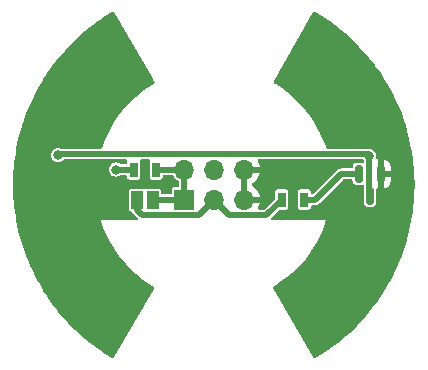
<source format=gbr>
%TF.GenerationSoftware,KiCad,Pcbnew,(7.0.0)*%
%TF.CreationDate,2023-11-14T12:34:17+01:00*%
%TF.ProjectId,Helios_PCB_emitter,48656c69-6f73-45f5-9043-425f656d6974,rev?*%
%TF.SameCoordinates,Original*%
%TF.FileFunction,Copper,L2,Bot*%
%TF.FilePolarity,Positive*%
%FSLAX46Y46*%
G04 Gerber Fmt 4.6, Leading zero omitted, Abs format (unit mm)*
G04 Created by KiCad (PCBNEW (7.0.0)) date 2023-11-14 12:34:17*
%MOMM*%
%LPD*%
G01*
G04 APERTURE LIST*
G04 Aperture macros list*
%AMRoundRect*
0 Rectangle with rounded corners*
0 $1 Rounding radius*
0 $2 $3 $4 $5 $6 $7 $8 $9 X,Y pos of 4 corners*
0 Add a 4 corners polygon primitive as box body*
4,1,4,$2,$3,$4,$5,$6,$7,$8,$9,$2,$3,0*
0 Add four circle primitives for the rounded corners*
1,1,$1+$1,$2,$3*
1,1,$1+$1,$4,$5*
1,1,$1+$1,$6,$7*
1,1,$1+$1,$8,$9*
0 Add four rect primitives between the rounded corners*
20,1,$1+$1,$2,$3,$4,$5,0*
20,1,$1+$1,$4,$5,$6,$7,0*
20,1,$1+$1,$6,$7,$8,$9,0*
20,1,$1+$1,$8,$9,$2,$3,0*%
G04 Aperture macros list end*
%TA.AperFunction,ComponentPad*%
%ADD10R,1.700000X1.700000*%
%TD*%
%TA.AperFunction,ComponentPad*%
%ADD11O,1.700000X1.700000*%
%TD*%
%TA.AperFunction,SMDPad,CuDef*%
%ADD12R,0.700000X1.300000*%
%TD*%
%TA.AperFunction,SMDPad,CuDef*%
%ADD13R,1.000000X1.500000*%
%TD*%
%TA.AperFunction,SMDPad,CuDef*%
%ADD14RoundRect,0.150000X-0.150000X0.587500X-0.150000X-0.587500X0.150000X-0.587500X0.150000X0.587500X0*%
%TD*%
%TA.AperFunction,ViaPad*%
%ADD15C,0.800000*%
%TD*%
%TA.AperFunction,Conductor*%
%ADD16C,0.500000*%
%TD*%
G04 APERTURE END LIST*
D10*
%TO.P,J1,1,Pin_1*%
%TO.N,VCC*%
X162474999Y-101249399D03*
D11*
%TO.P,J1,2,Pin_2*%
X162474999Y-98709399D03*
%TO.P,J1,3,Pin_3*%
%TO.N,S0*%
X165014999Y-101249399D03*
%TO.P,J1,4,Pin_4*%
%TO.N,S1*%
X165014999Y-98709399D03*
%TO.P,J1,5,Pin_5*%
%TO.N,GND*%
X167554999Y-101249399D03*
%TO.P,J1,6,Pin_6*%
X167554999Y-98709399D03*
%TD*%
D12*
%TO.P,R1,1*%
%TO.N,S0*%
X170753999Y-101244399D03*
%TO.P,R1,2*%
%TO.N,Net-(Q1-B)*%
X172653999Y-101244399D03*
%TD*%
D13*
%TO.P,JP,1,A*%
%TO.N,VCC*%
X159806399Y-101295199D03*
%TO.P,JP,2,B*%
%TO.N,S0*%
X158506399Y-101295199D03*
%TD*%
D14*
%TO.P,Q1,1,B*%
%TO.N,Net-(Q1-B)*%
X177250000Y-99062500D03*
%TO.P,Q1,2,E*%
%TO.N,GND*%
X179150000Y-99062500D03*
%TO.P,Q1,3,C*%
%TO.N,Net-(D0-K)*%
X178200000Y-100937500D03*
%TD*%
D12*
%TO.P,R0,1*%
%TO.N,Net-(D0-A)*%
X158206399Y-98704399D03*
%TO.P,R0,2*%
%TO.N,VCC*%
X160106399Y-98704399D03*
%TD*%
D15*
%TO.N,Net-(D0-K)*%
X178155600Y-97536000D03*
X151801600Y-97485200D03*
%TO.N,Net-(D0-A)*%
X156718000Y-98704400D03*
%TD*%
D16*
%TO.N,VCC*%
X159852200Y-101249400D02*
X159806400Y-101295200D01*
X162475000Y-98709400D02*
X160111400Y-98709400D01*
X162475000Y-101249400D02*
X159852200Y-101249400D01*
X162475000Y-98709400D02*
X162475000Y-101249400D01*
X160111400Y-98709400D02*
X160106400Y-98704400D01*
%TO.N,Net-(D0-K)*%
X178155600Y-100893100D02*
X178200000Y-100937500D01*
X151903200Y-97383600D02*
X178003200Y-97383600D01*
X178003200Y-97383600D02*
X178155600Y-97536000D01*
X178155600Y-97536000D02*
X178155600Y-100893100D01*
X151801600Y-97485200D02*
X151903200Y-97383600D01*
%TO.N,Net-(D0-A)*%
X158206400Y-98704400D02*
X156718000Y-98704400D01*
%TO.N,Net-(Q1-B)*%
X173583600Y-101244400D02*
X175765500Y-99062500D01*
X172654000Y-101244400D02*
X173583600Y-101244400D01*
X175765500Y-99062500D02*
X177250000Y-99062500D01*
%TO.N,S0*%
X169449000Y-102549400D02*
X170754000Y-101244400D01*
X158910600Y-102549400D02*
X158506400Y-102145200D01*
X166315000Y-102549400D02*
X169449000Y-102549400D01*
X163715000Y-102549400D02*
X158910600Y-102549400D01*
X158506400Y-102145200D02*
X158506400Y-101295200D01*
X165015000Y-101249400D02*
X166315000Y-102549400D01*
X165015000Y-101249400D02*
X163715000Y-102549400D01*
%TD*%
%TA.AperFunction,Conductor*%
%TO.N,GND*%
G36*
X173597458Y-85338573D02*
G01*
X174175822Y-85690429D01*
X174180853Y-85693656D01*
X174661767Y-86018578D01*
X174661910Y-86018737D01*
X174661939Y-86018695D01*
X174853484Y-86148573D01*
X174858187Y-86151922D01*
X175271481Y-86460811D01*
X175509196Y-86639504D01*
X175513531Y-86642918D01*
X175800374Y-86879401D01*
X175890131Y-86953400D01*
X175890507Y-86953712D01*
X176140375Y-87161345D01*
X176144537Y-87164960D01*
X176494330Y-87482499D01*
X176494615Y-87482760D01*
X176494908Y-87483028D01*
X176745740Y-87713024D01*
X176749622Y-87716739D01*
X177076899Y-88043587D01*
X177077441Y-88044132D01*
X177323804Y-88293190D01*
X177327407Y-88296986D01*
X177552629Y-88544432D01*
X177634296Y-88634158D01*
X177634871Y-88634795D01*
X177873256Y-88900524D01*
X177876581Y-88904384D01*
X178163858Y-89251908D01*
X178164522Y-89252718D01*
X178392808Y-89533601D01*
X178395857Y-89537507D01*
X178664045Y-89895364D01*
X178664752Y-89896317D01*
X178881254Y-90190949D01*
X178884031Y-90194883D01*
X179133269Y-90562739D01*
X179134007Y-90563841D01*
X179337465Y-90871044D01*
X179339974Y-90874990D01*
X179570202Y-91252315D01*
X179570958Y-91253570D01*
X179760392Y-91572317D01*
X179762621Y-91576226D01*
X179973765Y-91962524D01*
X179974508Y-91963904D01*
X180149012Y-92293065D01*
X180151004Y-92296985D01*
X180342878Y-92691597D01*
X180343630Y-92693172D01*
X180502492Y-93031732D01*
X180504235Y-93035616D01*
X180676617Y-93437793D01*
X180677346Y-93439531D01*
X180819951Y-93786475D01*
X180821455Y-93790308D01*
X180974169Y-94199378D01*
X180974861Y-94201280D01*
X181100718Y-94555684D01*
X181101990Y-94559453D01*
X181141297Y-94682304D01*
X181234780Y-94974483D01*
X181235410Y-94976512D01*
X181344098Y-95337459D01*
X181345149Y-95341151D01*
X181457855Y-95761410D01*
X181458431Y-95763640D01*
X181549540Y-96130009D01*
X181550380Y-96133612D01*
X181642844Y-96558294D01*
X181643340Y-96560686D01*
X181716578Y-96931521D01*
X181717219Y-96935022D01*
X181738836Y-97063463D01*
X181760130Y-97189988D01*
X181789272Y-97363136D01*
X181789674Y-97365687D01*
X181844827Y-97740131D01*
X181845279Y-97743521D01*
X181896819Y-98174223D01*
X181897114Y-98176929D01*
X181933987Y-98553929D01*
X181934263Y-98557198D01*
X181965222Y-98989701D01*
X181965394Y-98992557D01*
X181983854Y-99370956D01*
X181983968Y-99374095D01*
X181994296Y-99807549D01*
X181994332Y-99810550D01*
X181994332Y-100189450D01*
X181994296Y-100192451D01*
X181983968Y-100625903D01*
X181983854Y-100629042D01*
X181965394Y-101007441D01*
X181965222Y-101010297D01*
X181934263Y-101442800D01*
X181933987Y-101446069D01*
X181897114Y-101823069D01*
X181896819Y-101825775D01*
X181845279Y-102256477D01*
X181844827Y-102259867D01*
X181789674Y-102634311D01*
X181789272Y-102636862D01*
X181717219Y-103064976D01*
X181716578Y-103068477D01*
X181643340Y-103439312D01*
X181642844Y-103441704D01*
X181550380Y-103866386D01*
X181549540Y-103869989D01*
X181458431Y-104236358D01*
X181457855Y-104238588D01*
X181345149Y-104658847D01*
X181344098Y-104662539D01*
X181235410Y-105023486D01*
X181234768Y-105025553D01*
X181101990Y-105440545D01*
X181100718Y-105444314D01*
X180974861Y-105798718D01*
X180974169Y-105800620D01*
X180821455Y-106209690D01*
X180819951Y-106213523D01*
X180677346Y-106560467D01*
X180676617Y-106562205D01*
X180504235Y-106964382D01*
X180502492Y-106968266D01*
X180343630Y-107306826D01*
X180342878Y-107308401D01*
X180151004Y-107703013D01*
X180149012Y-107706933D01*
X179974508Y-108036094D01*
X179973747Y-108037508D01*
X179762639Y-108423740D01*
X179760392Y-108427681D01*
X179570958Y-108746428D01*
X179570202Y-108747683D01*
X179339974Y-109125008D01*
X179337465Y-109128954D01*
X179134007Y-109436157D01*
X179133269Y-109437259D01*
X178884031Y-109805115D01*
X178881254Y-109809049D01*
X178664752Y-110103681D01*
X178664045Y-110104634D01*
X178395857Y-110462491D01*
X178392808Y-110466397D01*
X178164522Y-110747280D01*
X178163858Y-110748090D01*
X177876581Y-111095614D01*
X177873256Y-111099474D01*
X177634871Y-111365203D01*
X177634263Y-111365877D01*
X177327407Y-111703012D01*
X177323804Y-111706808D01*
X177077441Y-111955866D01*
X177076899Y-111956411D01*
X176749622Y-112283259D01*
X176745740Y-112286974D01*
X176494710Y-112517152D01*
X176494245Y-112517576D01*
X176144537Y-112835038D01*
X176140375Y-112838653D01*
X175890507Y-113046286D01*
X175890131Y-113046598D01*
X175513570Y-113357050D01*
X175509128Y-113360547D01*
X175271866Y-113538899D01*
X175271587Y-113539109D01*
X174858203Y-113848065D01*
X174853485Y-113851425D01*
X174661940Y-113981304D01*
X174661766Y-113981421D01*
X174180863Y-114306336D01*
X174175811Y-114309577D01*
X173597255Y-114661548D01*
X173533659Y-114679889D01*
X173469541Y-114663465D01*
X173422595Y-114616809D01*
X170037270Y-108741416D01*
X170020445Y-108678403D01*
X170037382Y-108615417D01*
X170083540Y-108569340D01*
X170220424Y-108490473D01*
X170696391Y-108178759D01*
X171153795Y-107840394D01*
X171591146Y-107476480D01*
X172007020Y-107088204D01*
X172400061Y-106676831D01*
X172768988Y-106243700D01*
X173112600Y-105790224D01*
X173429776Y-105317880D01*
X173719483Y-104828207D01*
X173980777Y-104322802D01*
X174212807Y-103803310D01*
X174414816Y-103271424D01*
X174500465Y-103000182D01*
X174500541Y-103000000D01*
X174500531Y-102999977D01*
X174500627Y-102999674D01*
X174500169Y-102999529D01*
X174500098Y-102999500D01*
X174500076Y-102999500D01*
X174499674Y-102999373D01*
X174499633Y-102999500D01*
X174481283Y-102999515D01*
X169936554Y-103003241D01*
X169879322Y-102989545D01*
X169834551Y-102951352D01*
X169812009Y-102896992D01*
X169816612Y-102838324D01*
X169847352Y-102788150D01*
X170503701Y-102131801D01*
X170544575Y-102104491D01*
X170592793Y-102094900D01*
X171117561Y-102094900D01*
X171123748Y-102094900D01*
X171182231Y-102083267D01*
X171248552Y-102038952D01*
X171292867Y-101972631D01*
X171304500Y-101914148D01*
X171304500Y-100574652D01*
X171292867Y-100516169D01*
X171248552Y-100449848D01*
X171182231Y-100405533D01*
X171157672Y-100400648D01*
X171129816Y-100395107D01*
X171129815Y-100395106D01*
X171123748Y-100393900D01*
X170384252Y-100393900D01*
X170378184Y-100395106D01*
X170378183Y-100395107D01*
X170337939Y-100403112D01*
X170337937Y-100403112D01*
X170325769Y-100405533D01*
X170315454Y-100412424D01*
X170315452Y-100412426D01*
X170269761Y-100442956D01*
X170269758Y-100442958D01*
X170259448Y-100449848D01*
X170252558Y-100460158D01*
X170252556Y-100460161D01*
X170222026Y-100505852D01*
X170222024Y-100505854D01*
X170215133Y-100516169D01*
X170203500Y-100574652D01*
X170203500Y-100580839D01*
X170203500Y-101105607D01*
X170193909Y-101153825D01*
X170166595Y-101194702D01*
X169299302Y-102061995D01*
X169258425Y-102089309D01*
X169210207Y-102098900D01*
X168854960Y-102098900D01*
X168790462Y-102081141D01*
X168744146Y-102032869D01*
X168729068Y-101967692D01*
X168748475Y-101907111D01*
X168748086Y-101906901D01*
X168749206Y-101904830D01*
X168749478Y-101903983D01*
X168750567Y-101902315D01*
X168755511Y-101893178D01*
X168841729Y-101696623D01*
X168845099Y-101686808D01*
X168888013Y-101517343D01*
X168888248Y-101505965D01*
X168877160Y-101503400D01*
X167427000Y-101503400D01*
X167364000Y-101486519D01*
X167317881Y-101440400D01*
X167301000Y-101377400D01*
X167301000Y-100978810D01*
X167809000Y-100978810D01*
X167812506Y-100991893D01*
X167825590Y-100995400D01*
X168877160Y-100995400D01*
X168888248Y-100992834D01*
X168888013Y-100981456D01*
X168845099Y-100811991D01*
X168841729Y-100802176D01*
X168755511Y-100605621D01*
X168750568Y-100596486D01*
X168633177Y-100416806D01*
X168626789Y-100408600D01*
X168481432Y-100250699D01*
X168473788Y-100243662D01*
X168304411Y-100111831D01*
X168295718Y-100106152D01*
X168266267Y-100090214D01*
X168217995Y-100043898D01*
X168200236Y-99979400D01*
X168217995Y-99914902D01*
X168266267Y-99868586D01*
X168295718Y-99852647D01*
X168304411Y-99846968D01*
X168473788Y-99715137D01*
X168481432Y-99708100D01*
X168626789Y-99550199D01*
X168633177Y-99541993D01*
X168750568Y-99362313D01*
X168755511Y-99353178D01*
X168841729Y-99156623D01*
X168845099Y-99146808D01*
X168888013Y-98977343D01*
X168888248Y-98965965D01*
X168877160Y-98963400D01*
X167825590Y-98963400D01*
X167812506Y-98966906D01*
X167809000Y-98979990D01*
X167809000Y-100978810D01*
X167301000Y-100978810D01*
X167301000Y-98581400D01*
X167317881Y-98518400D01*
X167364000Y-98472281D01*
X167427000Y-98455400D01*
X168877160Y-98455400D01*
X168888248Y-98452834D01*
X168888013Y-98441456D01*
X168845099Y-98271991D01*
X168841729Y-98262176D01*
X168755511Y-98065621D01*
X168750568Y-98056486D01*
X168732621Y-98029016D01*
X168712212Y-97965307D01*
X168727290Y-97900131D01*
X168773606Y-97851859D01*
X168838104Y-97834100D01*
X177565289Y-97834100D01*
X177621018Y-97847094D01*
X177665252Y-97883396D01*
X177679063Y-97901395D01*
X177698413Y-97937598D01*
X177705100Y-97978099D01*
X177705100Y-98032165D01*
X177689288Y-98093276D01*
X177645822Y-98139049D01*
X177585609Y-98157997D01*
X177523763Y-98145363D01*
X177510183Y-98138724D01*
X177510182Y-98138723D01*
X177501393Y-98134427D01*
X177491713Y-98133016D01*
X177491711Y-98133016D01*
X177437771Y-98125157D01*
X177437767Y-98125156D01*
X177433260Y-98124500D01*
X177066740Y-98124500D01*
X177062233Y-98125156D01*
X177062228Y-98125157D01*
X177008288Y-98133016D01*
X177008285Y-98133016D01*
X176998607Y-98134427D01*
X176989817Y-98138723D01*
X176989814Y-98138725D01*
X176902901Y-98181214D01*
X176902898Y-98181215D01*
X176893517Y-98185802D01*
X176886133Y-98193185D01*
X176886130Y-98193188D01*
X176818188Y-98261130D01*
X176818185Y-98261133D01*
X176810802Y-98268517D01*
X176806215Y-98277898D01*
X176806214Y-98277901D01*
X176763725Y-98364814D01*
X176763723Y-98364817D01*
X176759427Y-98373607D01*
X176758016Y-98383285D01*
X176758016Y-98383288D01*
X176750157Y-98437228D01*
X176749500Y-98441740D01*
X176749500Y-98446303D01*
X176749500Y-98486000D01*
X176732619Y-98549000D01*
X176686500Y-98595119D01*
X176623500Y-98612000D01*
X175797879Y-98612000D01*
X175783772Y-98611208D01*
X175757846Y-98608286D01*
X175757839Y-98608286D01*
X175748465Y-98607230D01*
X175739189Y-98608984D01*
X175739185Y-98608985D01*
X175692304Y-98617854D01*
X175687665Y-98618642D01*
X175640547Y-98625745D01*
X175631213Y-98627152D01*
X175623476Y-98630877D01*
X175615029Y-98632476D01*
X175606684Y-98636885D01*
X175606679Y-98636888D01*
X175564499Y-98659180D01*
X175560299Y-98661300D01*
X175517359Y-98681980D01*
X175517354Y-98681983D01*
X175508858Y-98686075D01*
X175502559Y-98691918D01*
X175494963Y-98695934D01*
X175488296Y-98702600D01*
X175488293Y-98702603D01*
X175454571Y-98736324D01*
X175451182Y-98739589D01*
X175409306Y-98778445D01*
X175405825Y-98784471D01*
X175400797Y-98790098D01*
X173433902Y-100756995D01*
X173393025Y-100784309D01*
X173344807Y-100793900D01*
X173330500Y-100793900D01*
X173267500Y-100777019D01*
X173221381Y-100730900D01*
X173204500Y-100667900D01*
X173204500Y-100580839D01*
X173204500Y-100574652D01*
X173192867Y-100516169D01*
X173148552Y-100449848D01*
X173082231Y-100405533D01*
X173057672Y-100400648D01*
X173029816Y-100395107D01*
X173029815Y-100395106D01*
X173023748Y-100393900D01*
X172284252Y-100393900D01*
X172278184Y-100395106D01*
X172278183Y-100395107D01*
X172237939Y-100403112D01*
X172237937Y-100403112D01*
X172225769Y-100405533D01*
X172215454Y-100412424D01*
X172215452Y-100412426D01*
X172169761Y-100442956D01*
X172169758Y-100442958D01*
X172159448Y-100449848D01*
X172152558Y-100460158D01*
X172152556Y-100460161D01*
X172122026Y-100505852D01*
X172122024Y-100505854D01*
X172115133Y-100516169D01*
X172103500Y-100574652D01*
X172103500Y-101914148D01*
X172115133Y-101972631D01*
X172159448Y-102038952D01*
X172225769Y-102083267D01*
X172284252Y-102094900D01*
X173017561Y-102094900D01*
X173023748Y-102094900D01*
X173082231Y-102083267D01*
X173148552Y-102038952D01*
X173192867Y-101972631D01*
X173204500Y-101914148D01*
X173204500Y-101820900D01*
X173221381Y-101757900D01*
X173267500Y-101711781D01*
X173330500Y-101694900D01*
X173551221Y-101694900D01*
X173565328Y-101695692D01*
X173600635Y-101699670D01*
X173656811Y-101689040D01*
X173661381Y-101688263D01*
X173717887Y-101679748D01*
X173725626Y-101676020D01*
X173734072Y-101674423D01*
X173784607Y-101647713D01*
X173788768Y-101645612D01*
X173840242Y-101620825D01*
X173846539Y-101614982D01*
X173854138Y-101610966D01*
X173894561Y-101570541D01*
X173897902Y-101567323D01*
X173939794Y-101528455D01*
X173943276Y-101522421D01*
X173948286Y-101516816D01*
X175915198Y-99549904D01*
X175956075Y-99522591D01*
X176004293Y-99513000D01*
X176623500Y-99513000D01*
X176686500Y-99529881D01*
X176732619Y-99576000D01*
X176749500Y-99639000D01*
X176749500Y-99683260D01*
X176750156Y-99687767D01*
X176750157Y-99687771D01*
X176753976Y-99713986D01*
X176759427Y-99751393D01*
X176810802Y-99856483D01*
X176893517Y-99939198D01*
X176998607Y-99990573D01*
X177066740Y-100000500D01*
X177428698Y-100000500D01*
X177433260Y-100000500D01*
X177501393Y-99990573D01*
X177523763Y-99979636D01*
X177585609Y-99967003D01*
X177645822Y-99985951D01*
X177689288Y-100031724D01*
X177705100Y-100092835D01*
X177705100Y-100269171D01*
X177703784Y-100287337D01*
X177701808Y-100300902D01*
X177699500Y-100316740D01*
X177699500Y-101558260D01*
X177700156Y-101562767D01*
X177700157Y-101562771D01*
X177707952Y-101616274D01*
X177709427Y-101626393D01*
X177713724Y-101635184D01*
X177713725Y-101635185D01*
X177732907Y-101674423D01*
X177760802Y-101731483D01*
X177843517Y-101814198D01*
X177948607Y-101865573D01*
X178016740Y-101875500D01*
X178378698Y-101875500D01*
X178383260Y-101875500D01*
X178451393Y-101865573D01*
X178556483Y-101814198D01*
X178639198Y-101731483D01*
X178690573Y-101626393D01*
X178700500Y-101558260D01*
X178700500Y-100416011D01*
X178713788Y-100359691D01*
X178750848Y-100315250D01*
X178803864Y-100292061D01*
X178861655Y-100295015D01*
X178881917Y-100300902D01*
X178893368Y-100301487D01*
X178896000Y-100290333D01*
X179404000Y-100290333D01*
X179406631Y-100301487D01*
X179418080Y-100300902D01*
X179555789Y-100260892D01*
X179570221Y-100254647D01*
X179699677Y-100178088D01*
X179712103Y-100168449D01*
X179818449Y-100062103D01*
X179828088Y-100049677D01*
X179904647Y-99920221D01*
X179910892Y-99905789D01*
X179953268Y-99759935D01*
X179955570Y-99747333D01*
X179957806Y-99718915D01*
X179958000Y-99713986D01*
X179958000Y-99333090D01*
X179954493Y-99320006D01*
X179941410Y-99316500D01*
X179420590Y-99316500D01*
X179407506Y-99320006D01*
X179404000Y-99333090D01*
X179404000Y-100290333D01*
X178896000Y-100290333D01*
X178896000Y-98791910D01*
X179404000Y-98791910D01*
X179407506Y-98804993D01*
X179420590Y-98808500D01*
X179941409Y-98808500D01*
X179954492Y-98804993D01*
X179957999Y-98791910D01*
X179957999Y-98411017D01*
X179957805Y-98406080D01*
X179955569Y-98377663D01*
X179953269Y-98365068D01*
X179910892Y-98219210D01*
X179904647Y-98204778D01*
X179828088Y-98075322D01*
X179818449Y-98062896D01*
X179712103Y-97956550D01*
X179699677Y-97946911D01*
X179570221Y-97870352D01*
X179555789Y-97864107D01*
X179418080Y-97824097D01*
X179406631Y-97823512D01*
X179404000Y-97834667D01*
X179404000Y-98791910D01*
X178896000Y-98791910D01*
X178896000Y-97834667D01*
X178893368Y-97823512D01*
X178873379Y-97824534D01*
X178819379Y-97815373D01*
X178774368Y-97784166D01*
X178746851Y-97736809D01*
X178742027Y-97682254D01*
X178761282Y-97536000D01*
X178740644Y-97379238D01*
X178680136Y-97233159D01*
X178583882Y-97107718D01*
X178458441Y-97011464D01*
X178450814Y-97008304D01*
X178450811Y-97008303D01*
X178319991Y-96954116D01*
X178319990Y-96954115D01*
X178312362Y-96950956D01*
X178304179Y-96949878D01*
X178304173Y-96949877D01*
X178163788Y-96931396D01*
X178155600Y-96930318D01*
X178147412Y-96931396D01*
X178147410Y-96931396D01*
X178113674Y-96935837D01*
X178087897Y-96935113D01*
X178087866Y-96935952D01*
X178086957Y-96935918D01*
X178085218Y-96935853D01*
X178077758Y-96935152D01*
X178071102Y-96933100D01*
X178061664Y-96933100D01*
X178013985Y-96933100D01*
X178009274Y-96933012D01*
X177961624Y-96931229D01*
X177952190Y-96930876D01*
X177945466Y-96932677D01*
X177937943Y-96933100D01*
X174618501Y-96933100D01*
X174566932Y-96922064D01*
X174524397Y-96890888D01*
X174498347Y-96845035D01*
X174457104Y-96714402D01*
X174254593Y-96181036D01*
X174022028Y-95660072D01*
X173988553Y-95595277D01*
X173760983Y-95154782D01*
X173760979Y-95154776D01*
X173760166Y-95153201D01*
X173469857Y-94662069D01*
X173152042Y-94188272D01*
X172807755Y-93733347D01*
X172438113Y-93298773D01*
X172069238Y-92912084D01*
X172045550Y-92887252D01*
X172045540Y-92887242D01*
X172044317Y-92885960D01*
X171627646Y-92496248D01*
X171189452Y-92130905D01*
X171188017Y-92129841D01*
X171188003Y-92129830D01*
X170732611Y-91792192D01*
X170732604Y-91792187D01*
X170731158Y-91791115D01*
X170541431Y-91666541D01*
X170255773Y-91478979D01*
X170255763Y-91478973D01*
X170254254Y-91477982D01*
X170252701Y-91477085D01*
X170252687Y-91477076D01*
X170168192Y-91428255D01*
X170116457Y-91398362D01*
X170070418Y-91352338D01*
X170053495Y-91289478D01*
X170070205Y-91226562D01*
X173422685Y-85383511D01*
X173469611Y-85336733D01*
X173533786Y-85320232D01*
X173597458Y-85338573D01*
G37*
%TD.AperFunction*%
%TD*%
%TA.AperFunction,NonConductor*%
G36*
X156529222Y-85336528D02*
G01*
X156576168Y-85383179D01*
X159738693Y-90871090D01*
X159962175Y-91258897D01*
X159979005Y-91321911D01*
X159962073Y-91384898D01*
X159915915Y-91430980D01*
X159780618Y-91508945D01*
X159780597Y-91508957D01*
X159779061Y-91509843D01*
X159777573Y-91510817D01*
X159777561Y-91510825D01*
X159304647Y-91820579D01*
X159304620Y-91820597D01*
X159303154Y-91821558D01*
X159301731Y-91822610D01*
X159301712Y-91822624D01*
X158847258Y-92158844D01*
X158847240Y-92158857D01*
X158845806Y-92159919D01*
X158844449Y-92161048D01*
X158844420Y-92161071D01*
X158409894Y-92522670D01*
X158409868Y-92522692D01*
X158408510Y-92523823D01*
X158407199Y-92525046D01*
X158407190Y-92525055D01*
X157994006Y-92910853D01*
X157992688Y-92912084D01*
X157991464Y-92913364D01*
X157991449Y-92913380D01*
X157600930Y-93322146D01*
X157599696Y-93323438D01*
X157598543Y-93324790D01*
X157598531Y-93324805D01*
X157231990Y-93755164D01*
X157231969Y-93755189D01*
X157230815Y-93756545D01*
X157229725Y-93757982D01*
X157229719Y-93757991D01*
X156888338Y-94208550D01*
X156888328Y-94208563D01*
X156887246Y-94209992D01*
X156886240Y-94211489D01*
X156886238Y-94211493D01*
X156571102Y-94680822D01*
X156571084Y-94680848D01*
X156570108Y-94682304D01*
X156569208Y-94683824D01*
X156569205Y-94683830D01*
X156281347Y-95170398D01*
X156281334Y-95170420D01*
X156280435Y-95171941D01*
X156279616Y-95173524D01*
X156279605Y-95173545D01*
X156020005Y-95675692D01*
X156019992Y-95675717D01*
X156019171Y-95677307D01*
X156018443Y-95678936D01*
X156018429Y-95678966D01*
X155787908Y-96195094D01*
X155787898Y-96195116D01*
X155787166Y-96196757D01*
X155786527Y-96198437D01*
X155786523Y-96198449D01*
X155589924Y-96716098D01*
X155585177Y-96728598D01*
X155584641Y-96730294D01*
X155584638Y-96730304D01*
X155548408Y-96845041D01*
X155522357Y-96890891D01*
X155479823Y-96922065D01*
X155428256Y-96933100D01*
X152062959Y-96933100D01*
X152014741Y-96923509D01*
X152011252Y-96922064D01*
X151958362Y-96900156D01*
X151950179Y-96899078D01*
X151950173Y-96899077D01*
X151809788Y-96880596D01*
X151801600Y-96879518D01*
X151793412Y-96880596D01*
X151653026Y-96899077D01*
X151653018Y-96899079D01*
X151644838Y-96900156D01*
X151637211Y-96903315D01*
X151637208Y-96903316D01*
X151506388Y-96957503D01*
X151506382Y-96957506D01*
X151498759Y-96960664D01*
X151492211Y-96965687D01*
X151492208Y-96965690D01*
X151379863Y-97051895D01*
X151379859Y-97051898D01*
X151373318Y-97056918D01*
X151368298Y-97063459D01*
X151368295Y-97063463D01*
X151282090Y-97175808D01*
X151282087Y-97175811D01*
X151277064Y-97182359D01*
X151273906Y-97189982D01*
X151273903Y-97189988D01*
X151219716Y-97320808D01*
X151216556Y-97328438D01*
X151215479Y-97336618D01*
X151215477Y-97336626D01*
X151197601Y-97472415D01*
X151195918Y-97485200D01*
X151196996Y-97493388D01*
X151215477Y-97633773D01*
X151215478Y-97633779D01*
X151216556Y-97641962D01*
X151219715Y-97649590D01*
X151219716Y-97649591D01*
X151273903Y-97780411D01*
X151273904Y-97780414D01*
X151277064Y-97788041D01*
X151282090Y-97794591D01*
X151336525Y-97865533D01*
X151373318Y-97913482D01*
X151498759Y-98009736D01*
X151644838Y-98070244D01*
X151801600Y-98090882D01*
X151958362Y-98070244D01*
X152104441Y-98009736D01*
X152229882Y-97913482D01*
X152252967Y-97883396D01*
X152297202Y-97847094D01*
X152352930Y-97834100D01*
X157542261Y-97834100D01*
X157596133Y-97846197D01*
X157639660Y-97880167D01*
X157664485Y-97929485D01*
X157665840Y-97984682D01*
X157657106Y-98028586D01*
X157657105Y-98028592D01*
X157655900Y-98034652D01*
X157655900Y-98040839D01*
X157655900Y-98127900D01*
X157639019Y-98190900D01*
X157592900Y-98237019D01*
X157529900Y-98253900D01*
X157160099Y-98253900D01*
X157119598Y-98247213D01*
X157083395Y-98227863D01*
X157027392Y-98184890D01*
X157027388Y-98184887D01*
X157020841Y-98179864D01*
X157013214Y-98176704D01*
X157013211Y-98176703D01*
X156882391Y-98122516D01*
X156882390Y-98122515D01*
X156874762Y-98119356D01*
X156866579Y-98118278D01*
X156866573Y-98118277D01*
X156726188Y-98099796D01*
X156718000Y-98098718D01*
X156709812Y-98099796D01*
X156569426Y-98118277D01*
X156569418Y-98118279D01*
X156561238Y-98119356D01*
X156553611Y-98122515D01*
X156553608Y-98122516D01*
X156422788Y-98176703D01*
X156422782Y-98176706D01*
X156415159Y-98179864D01*
X156408611Y-98184887D01*
X156408608Y-98184890D01*
X156296263Y-98271095D01*
X156296259Y-98271098D01*
X156289718Y-98276118D01*
X156284698Y-98282659D01*
X156284695Y-98282663D01*
X156198490Y-98395008D01*
X156198487Y-98395011D01*
X156193464Y-98401559D01*
X156190306Y-98409182D01*
X156190303Y-98409188D01*
X156136116Y-98540008D01*
X156132956Y-98547638D01*
X156131879Y-98555818D01*
X156131877Y-98555826D01*
X156114554Y-98687413D01*
X156112318Y-98704400D01*
X156113396Y-98712588D01*
X156131877Y-98852973D01*
X156131878Y-98852979D01*
X156132956Y-98861162D01*
X156136115Y-98868790D01*
X156136116Y-98868791D01*
X156190303Y-98999611D01*
X156190304Y-98999614D01*
X156193464Y-99007241D01*
X156289718Y-99132682D01*
X156415159Y-99228936D01*
X156561238Y-99289444D01*
X156718000Y-99310082D01*
X156874762Y-99289444D01*
X157020841Y-99228936D01*
X157083394Y-99180937D01*
X157119598Y-99161587D01*
X157160099Y-99154900D01*
X157529900Y-99154900D01*
X157592900Y-99171781D01*
X157639019Y-99217900D01*
X157655900Y-99280900D01*
X157655900Y-99374148D01*
X157667533Y-99432631D01*
X157674425Y-99442946D01*
X157674426Y-99442947D01*
X157685641Y-99459732D01*
X157711848Y-99498952D01*
X157778169Y-99543267D01*
X157836652Y-99554900D01*
X158569961Y-99554900D01*
X158576148Y-99554900D01*
X158634631Y-99543267D01*
X158700952Y-99498952D01*
X158745267Y-99432631D01*
X158756900Y-99374148D01*
X158756900Y-98034652D01*
X158746960Y-97984680D01*
X158748315Y-97929485D01*
X158773140Y-97880167D01*
X158816667Y-97846197D01*
X158870539Y-97834100D01*
X159442261Y-97834100D01*
X159496133Y-97846197D01*
X159539660Y-97880167D01*
X159564485Y-97929485D01*
X159565840Y-97984682D01*
X159557106Y-98028586D01*
X159557105Y-98028592D01*
X159555900Y-98034652D01*
X159555900Y-99374148D01*
X159567533Y-99432631D01*
X159574425Y-99442946D01*
X159574426Y-99442947D01*
X159585641Y-99459732D01*
X159611848Y-99498952D01*
X159678169Y-99543267D01*
X159736652Y-99554900D01*
X160469961Y-99554900D01*
X160476148Y-99554900D01*
X160534631Y-99543267D01*
X160600952Y-99498952D01*
X160645267Y-99432631D01*
X160656900Y-99374148D01*
X160656900Y-99285900D01*
X160673781Y-99222900D01*
X160719900Y-99176781D01*
X160782900Y-99159900D01*
X161449127Y-99159900D01*
X161513904Y-99177826D01*
X161560249Y-99226504D01*
X161594398Y-99290394D01*
X161594401Y-99290399D01*
X161597315Y-99295850D01*
X161661495Y-99374054D01*
X161709567Y-99432631D01*
X161728590Y-99455810D01*
X161888550Y-99587085D01*
X161957896Y-99624151D01*
X162006574Y-99670496D01*
X162024500Y-99735273D01*
X162024500Y-100072900D01*
X162007619Y-100135900D01*
X161961500Y-100182019D01*
X161898500Y-100198900D01*
X161605252Y-100198900D01*
X161599184Y-100200106D01*
X161599183Y-100200107D01*
X161558939Y-100208112D01*
X161558937Y-100208112D01*
X161546769Y-100210533D01*
X161536454Y-100217424D01*
X161536452Y-100217426D01*
X161490761Y-100247956D01*
X161490758Y-100247958D01*
X161480448Y-100254848D01*
X161473558Y-100265158D01*
X161473556Y-100265161D01*
X161443026Y-100310852D01*
X161443024Y-100310854D01*
X161436133Y-100321169D01*
X161424500Y-100379652D01*
X161424500Y-100385839D01*
X161424500Y-100672900D01*
X161407619Y-100735900D01*
X161361500Y-100782019D01*
X161298500Y-100798900D01*
X160632900Y-100798900D01*
X160569900Y-100782019D01*
X160523781Y-100735900D01*
X160506900Y-100672900D01*
X160506900Y-100531639D01*
X160506900Y-100525452D01*
X160495267Y-100466969D01*
X160450952Y-100400648D01*
X160407651Y-100371715D01*
X160394947Y-100363226D01*
X160394946Y-100363225D01*
X160384631Y-100356333D01*
X160326148Y-100344700D01*
X159286652Y-100344700D01*
X159280584Y-100345906D01*
X159280583Y-100345907D01*
X159240339Y-100353912D01*
X159240337Y-100353912D01*
X159228169Y-100356333D01*
X159217853Y-100363225D01*
X159206383Y-100367977D01*
X159205615Y-100366123D01*
X159180948Y-100376333D01*
X159131785Y-100376321D01*
X159107184Y-100366123D01*
X159106417Y-100367977D01*
X159094947Y-100363226D01*
X159084631Y-100356333D01*
X159026148Y-100344700D01*
X157986652Y-100344700D01*
X157980584Y-100345906D01*
X157980583Y-100345907D01*
X157940339Y-100353912D01*
X157940337Y-100353912D01*
X157928169Y-100356333D01*
X157917854Y-100363224D01*
X157917852Y-100363226D01*
X157872161Y-100393756D01*
X157872158Y-100393758D01*
X157861848Y-100400648D01*
X157854958Y-100410958D01*
X157854956Y-100410961D01*
X157824426Y-100456652D01*
X157824424Y-100456654D01*
X157817533Y-100466969D01*
X157815112Y-100479137D01*
X157815112Y-100479139D01*
X157807107Y-100519383D01*
X157805900Y-100525452D01*
X157805900Y-102064948D01*
X157817533Y-102123431D01*
X157861848Y-102189752D01*
X157928169Y-102234067D01*
X157986652Y-102245700D01*
X157987659Y-102245700D01*
X158043597Y-102265789D01*
X158084749Y-102311513D01*
X158103073Y-102346183D01*
X158105196Y-102350389D01*
X158129975Y-102401842D01*
X158135817Y-102408139D01*
X158139834Y-102415738D01*
X158146507Y-102422411D01*
X158146508Y-102422412D01*
X158180230Y-102456133D01*
X158183502Y-102459530D01*
X158215920Y-102494470D01*
X158215922Y-102494472D01*
X158222345Y-102501394D01*
X158228372Y-102504873D01*
X158233987Y-102509892D01*
X158521674Y-102797579D01*
X158552406Y-102847718D01*
X158557034Y-102906344D01*
X158534552Y-102960685D01*
X158489855Y-102998903D01*
X158432682Y-103012674D01*
X155468966Y-103015104D01*
X155468965Y-103015104D01*
X155450901Y-103015119D01*
X155450861Y-103014993D01*
X155450458Y-103015119D01*
X155450436Y-103015120D01*
X155450360Y-103015151D01*
X155449908Y-103015294D01*
X155450003Y-103015597D01*
X155449994Y-103015620D01*
X155450063Y-103015788D01*
X155454803Y-103030799D01*
X155454803Y-103030801D01*
X155535618Y-103286727D01*
X155536159Y-103288439D01*
X155536796Y-103290116D01*
X155738561Y-103821366D01*
X155738568Y-103821384D01*
X155739205Y-103823060D01*
X155972423Y-104345224D01*
X155973246Y-104346815D01*
X155973247Y-104346818D01*
X156234226Y-104851630D01*
X156234237Y-104851651D01*
X156235055Y-104853232D01*
X156235970Y-104854779D01*
X156235973Y-104854784D01*
X156509029Y-105316329D01*
X156526244Y-105345426D01*
X156527237Y-105346905D01*
X156527239Y-105346908D01*
X156830614Y-105798718D01*
X156845042Y-105820204D01*
X156846131Y-105821642D01*
X156846138Y-105821651D01*
X157164831Y-106242261D01*
X157190410Y-106276020D01*
X157561223Y-106711387D01*
X157956272Y-107124887D01*
X157957583Y-107126111D01*
X157957589Y-107126117D01*
X158372947Y-107513938D01*
X158374271Y-107515174D01*
X158813858Y-107880975D01*
X159023621Y-108036160D01*
X159272164Y-108220036D01*
X159272172Y-108220041D01*
X159273600Y-108221098D01*
X159751999Y-108534436D01*
X159812571Y-108569339D01*
X159890137Y-108614035D01*
X159936296Y-108660117D01*
X159953229Y-108723105D01*
X159936398Y-108786121D01*
X156576170Y-114616821D01*
X156529222Y-114663472D01*
X156465107Y-114679893D01*
X156401514Y-114661552D01*
X155822951Y-114309577D01*
X155817899Y-114306336D01*
X155336995Y-113981421D01*
X155336853Y-113981259D01*
X155336823Y-113981304D01*
X155145277Y-113851425D01*
X155140558Y-113848064D01*
X154727073Y-113539031D01*
X154726794Y-113538822D01*
X154489643Y-113360554D01*
X154485201Y-113357057D01*
X154108502Y-113046493D01*
X154108126Y-113046181D01*
X153858397Y-112838663D01*
X153854235Y-112835048D01*
X153504316Y-112517394D01*
X153503852Y-112516970D01*
X153476939Y-112492293D01*
X153253016Y-112286971D01*
X153249190Y-112283310D01*
X152921746Y-111956295D01*
X152921319Y-111955866D01*
X152674956Y-111706808D01*
X152671353Y-111703012D01*
X152364475Y-111365852D01*
X152363867Y-111365178D01*
X152125503Y-111099474D01*
X152122178Y-111095614D01*
X151834907Y-110748096D01*
X151834243Y-110747286D01*
X151605950Y-110466394D01*
X151602901Y-110462488D01*
X151334706Y-110104622D01*
X151333999Y-110103669D01*
X151117513Y-109809060D01*
X151114736Y-109805126D01*
X150865474Y-109437234D01*
X150864736Y-109436132D01*
X150661297Y-109128958D01*
X150658788Y-109125012D01*
X150658786Y-109125008D01*
X150428465Y-108747531D01*
X150427799Y-108746425D01*
X150238365Y-108427675D01*
X150236173Y-108423831D01*
X150024910Y-108037316D01*
X150024288Y-108036160D01*
X149849741Y-107706920D01*
X149847774Y-107703048D01*
X149655832Y-107308298D01*
X149655156Y-107306881D01*
X149496269Y-106968266D01*
X149494531Y-106964393D01*
X149459140Y-106881824D01*
X149322100Y-106562104D01*
X149321414Y-106560467D01*
X149178798Y-106213497D01*
X149177324Y-106209739D01*
X149024556Y-105800525D01*
X149023899Y-105798718D01*
X148898037Y-105444302D01*
X148896772Y-105440550D01*
X148763930Y-105025351D01*
X148763386Y-105023602D01*
X148654650Y-104662495D01*
X148653637Y-104658938D01*
X148540879Y-104238489D01*
X148540352Y-104236448D01*
X148449213Y-103869958D01*
X148448385Y-103866405D01*
X148355900Y-103441625D01*
X148355421Y-103439312D01*
X148282182Y-103068477D01*
X148281551Y-103065030D01*
X148281542Y-103064976D01*
X148209458Y-102636676D01*
X148209085Y-102634308D01*
X148153933Y-102259867D01*
X148153487Y-102256521D01*
X148152048Y-102244493D01*
X148101923Y-101825613D01*
X148101646Y-101823069D01*
X148064773Y-101446069D01*
X148064508Y-101442928D01*
X148033531Y-101010191D01*
X148033366Y-101007438D01*
X148014901Y-100628954D01*
X148014796Y-100626074D01*
X148004465Y-100192409D01*
X148004429Y-100189408D01*
X148004429Y-99810592D01*
X148004465Y-99807591D01*
X148005480Y-99764983D01*
X148014796Y-99373920D01*
X148014901Y-99371051D01*
X148033366Y-98992551D01*
X148033531Y-98989819D01*
X148064509Y-98557058D01*
X148064773Y-98553929D01*
X148101647Y-98176909D01*
X148101920Y-98174411D01*
X148153492Y-97743432D01*
X148153933Y-97740131D01*
X148209090Y-97365660D01*
X148209453Y-97363352D01*
X148281560Y-96934914D01*
X148282184Y-96931510D01*
X148355441Y-96560588D01*
X148355891Y-96558415D01*
X148448391Y-96133562D01*
X148449205Y-96130071D01*
X148540365Y-95763497D01*
X148540863Y-95761569D01*
X148653646Y-95341026D01*
X148654639Y-95337539D01*
X148763406Y-94976333D01*
X148763909Y-94974713D01*
X148896791Y-94559390D01*
X148898024Y-94555735D01*
X149023957Y-94201118D01*
X149024524Y-94199558D01*
X149177339Y-93790218D01*
X149178781Y-93786544D01*
X149321482Y-93439367D01*
X149322058Y-93437994D01*
X149494550Y-93035560D01*
X149496254Y-93031764D01*
X149655210Y-92693002D01*
X149655774Y-92691820D01*
X149847796Y-92296904D01*
X149849716Y-92293126D01*
X150024359Y-91963705D01*
X150024831Y-91962826D01*
X150236199Y-91576119D01*
X150238337Y-91572371D01*
X150427893Y-91253416D01*
X150428357Y-91252646D01*
X150658820Y-90874935D01*
X150661264Y-90871090D01*
X150864877Y-90563654D01*
X150865316Y-90562998D01*
X151114781Y-90194807D01*
X151117467Y-90191002D01*
X151334177Y-89896088D01*
X151334509Y-89895641D01*
X151602934Y-89537467D01*
X151605917Y-89533645D01*
X151834470Y-89252434D01*
X151834599Y-89252276D01*
X152122231Y-88904321D01*
X152125449Y-88900586D01*
X152364213Y-88634436D01*
X152364216Y-88634431D01*
X152671404Y-88296931D01*
X152674927Y-88293220D01*
X152921446Y-88044004D01*
X153249238Y-87716640D01*
X153252965Y-87713074D01*
X153504040Y-87482855D01*
X153854274Y-87164915D01*
X153858358Y-87161368D01*
X154108303Y-86953670D01*
X154485250Y-86642902D01*
X154489566Y-86639503D01*
X154726704Y-86461242D01*
X154727043Y-86460989D01*
X154727073Y-86460968D01*
X154872523Y-86352259D01*
X155140587Y-86151912D01*
X155145239Y-86148599D01*
X155336823Y-86018695D01*
X155336848Y-86018732D01*
X155336987Y-86018584D01*
X155817928Y-85693644D01*
X155822921Y-85690440D01*
X156401514Y-85338446D01*
X156465106Y-85320106D01*
X156529222Y-85336528D01*
G37*
%TD.AperFunction*%
M02*

</source>
